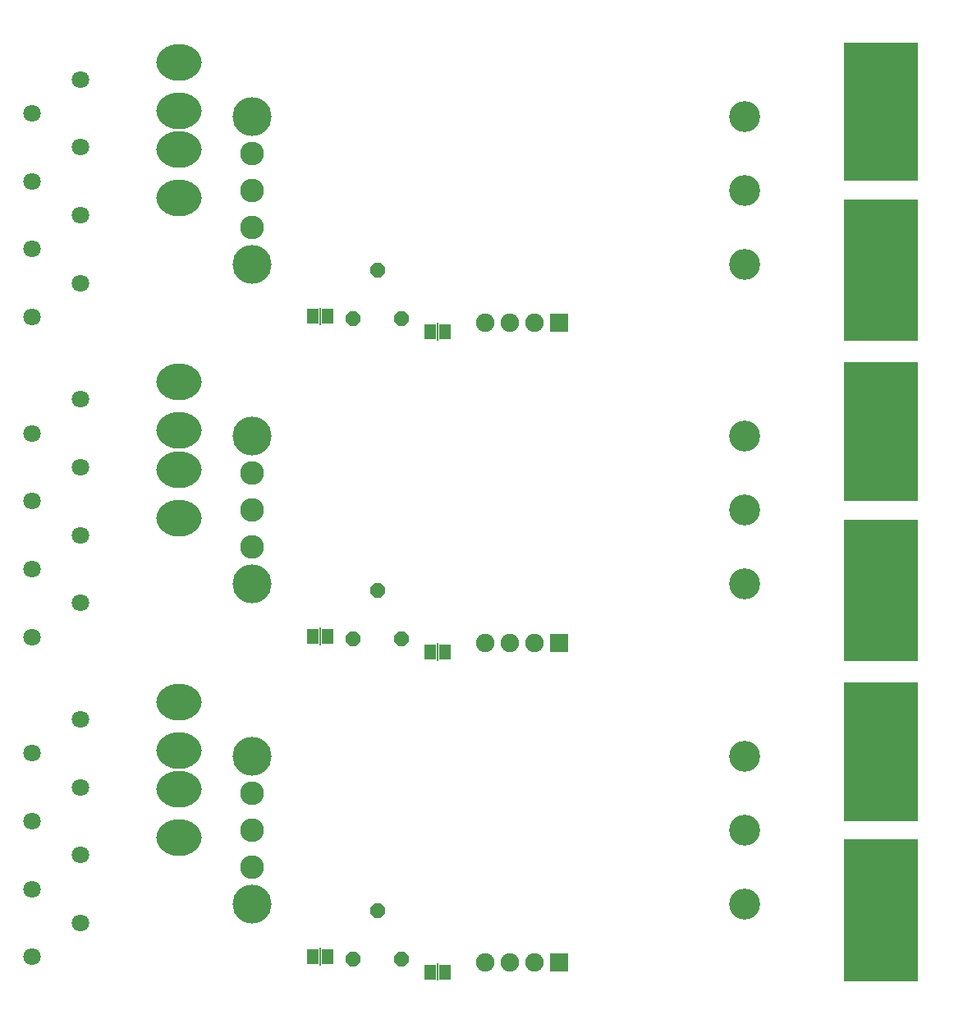
<source format=gbs>
G04 DipTrace 3.2.0.1*
G04 BottomMask.GBS*
%MOIN*%
G04 #@! TF.FileFunction,Soldermask,Bot*
G04 #@! TF.Part,Single*
%AMOUTLINE0*
4,1,8,
0.030488,-0.012629,
0.012629,-0.030488,
-0.012629,-0.030488,
-0.030488,-0.012629,
-0.030488,0.012629,
-0.012629,0.030488,
0.012629,0.030488,
0.030488,0.012629,
0.030488,-0.012629,
0*%
%AMOUTLINE2*
4,1,20,
0.0,0.074835,
0.028382,0.071238,
0.054082,0.060763,
0.074635,0.04432,
0.087965,0.02339,
0.092596,0.0,
0.087965,-0.02339,
0.074635,-0.04432,
0.054082,-0.060763,
0.028382,-0.071238,
0.0,-0.074835,
-0.028382,-0.071238,
-0.054082,-0.060763,
-0.074635,-0.04432,
-0.087965,-0.02339,
-0.092596,0.0,
-0.087965,0.02339,
-0.074635,0.04432,
-0.054082,0.060763,
-0.028382,0.071238,
0.0,0.074835,
0*%
%ADD30R,0.046X0.063*%
%ADD43C,0.070866*%
%ADD45C,0.157874*%
%ADD47C,0.096457*%
%ADD49C,0.125984*%
%ADD51C,0.244094*%
%ADD53C,0.074803*%
%ADD55R,0.074803X0.074803*%
%ADD65OUTLINE0*%
%ADD67OUTLINE2*%
%FSLAX26Y26*%
G04*
G70*
G90*
G75*
G01*
G04 BotMask*
%LPD*%
D55*
X2416240Y118749D3*
D53*
X2316240D3*
X2216240D3*
X2116240D3*
D51*
X3722490Y1131251D3*
Y831251D3*
Y468749D3*
Y168749D3*
D49*
X3169980Y956251D3*
Y656251D3*
Y356251D3*
D47*
X1169980Y656251D3*
Y506251D3*
Y806251D3*
D45*
Y956251D3*
Y356251D3*
D43*
X472490Y1106249D3*
X275640Y968454D3*
X472490Y830659D3*
X275640Y692864D3*
X472490Y555068D3*
X275640Y417273D3*
X472490Y279478D3*
X275640Y141682D3*
D65*
X1678740Y331251D3*
X1777165Y134400D3*
X1580315D3*
G36*
X1443237Y179749D2*
X1449243D1*
Y107749D1*
X1443237D1*
Y179749D1*
G37*
D30*
X1416240Y143749D3*
X1476240D3*
G36*
X1926743Y45251D2*
X1920737D1*
Y117251D1*
X1926743D1*
Y45251D1*
G37*
D30*
X1953740Y81251D3*
X1893740D3*
D67*
X872490Y625000D3*
Y821850D3*
Y979331D3*
Y1176181D3*
G36*
X3572490Y618751D2*
X3872490D1*
Y43749D1*
X3572490D1*
Y618751D1*
G37*
G36*
Y1256251D2*
X3872490D1*
Y693749D1*
X3572490D1*
Y1256251D1*
G37*
D55*
X2416240Y1417962D3*
D53*
X2316240D3*
X2216240D3*
X2116240D3*
D51*
X3722490Y2430463D3*
Y2130463D3*
Y1767962D3*
Y1467962D3*
D49*
X3169980Y2255463D3*
Y1955463D3*
Y1655463D3*
D47*
X1169980Y1955463D3*
Y1805463D3*
Y2105463D3*
D45*
Y2255463D3*
Y1655463D3*
D43*
X472490Y2405462D3*
X275640Y2267667D3*
X472490Y2129871D3*
X275640Y1992076D3*
X472490Y1854281D3*
X275640Y1716486D3*
X472490Y1578690D3*
X275640Y1440895D3*
D65*
X1678740Y1630463D3*
X1777165Y1433613D3*
X1580315D3*
G36*
X1443237Y1478962D2*
X1449243D1*
Y1406962D1*
X1443237D1*
Y1478962D1*
G37*
D30*
X1416240Y1442962D3*
X1476240D3*
G36*
X1926743Y1344463D2*
X1920737D1*
Y1416463D1*
X1926743D1*
Y1344463D1*
G37*
D30*
X1953740Y1380463D3*
X1893740D3*
D67*
X872490Y1924213D3*
Y2121063D3*
Y2278543D3*
Y2475394D3*
G36*
X3572490Y1917963D2*
X3872490D1*
Y1342962D1*
X3572490D1*
Y1917963D1*
G37*
G36*
Y2555463D2*
X3872490D1*
Y1992962D1*
X3572490D1*
Y2555463D1*
G37*
D55*
X2416240Y2717175D3*
D53*
X2316240D3*
X2216240D3*
X2116240D3*
D51*
X3722490Y3729676D3*
Y3429676D3*
Y3067175D3*
Y2767175D3*
D49*
X3169980Y3554676D3*
Y3254676D3*
Y2954676D3*
D47*
X1169980Y3254676D3*
Y3104676D3*
Y3404676D3*
D45*
Y3554676D3*
Y2954676D3*
D43*
X472490Y3704675D3*
X275640Y3566879D3*
X472490Y3429084D3*
X275640Y3291289D3*
X472490Y3153493D3*
X275640Y3015698D3*
X472490Y2877903D3*
X275640Y2740108D3*
D65*
X1678740Y2929676D3*
X1777165Y2732825D3*
X1580315D3*
G36*
X1443237Y2778175D2*
X1449243D1*
Y2706175D1*
X1443237D1*
Y2778175D1*
G37*
D30*
X1416240Y2742175D3*
X1476240D3*
G36*
X1926743Y2643676D2*
X1920737D1*
Y2715676D1*
X1926743D1*
Y2643676D1*
G37*
D30*
X1953740Y2679676D3*
X1893740D3*
D67*
X872490Y3223425D3*
Y3420276D3*
Y3577756D3*
Y3774606D3*
G36*
X3572490Y3217176D2*
X3872490D1*
Y2642175D1*
X3572490D1*
Y3217176D1*
G37*
G36*
Y3854676D2*
X3872490D1*
Y3292175D1*
X3572490D1*
Y3854676D1*
G37*
M02*

</source>
